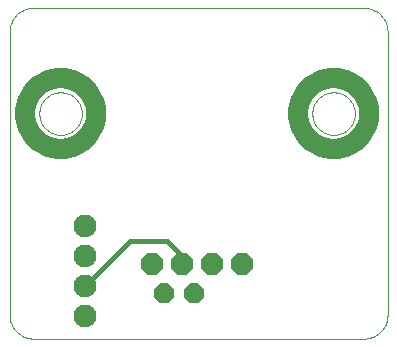
<source format=gbl>
G75*
%MOIN*%
%OFA0B0*%
%FSLAX24Y24*%
%IPPOS*%
%LPD*%
%AMOC8*
5,1,8,0,0,1.08239X$1,22.5*
%
%ADD10C,0.0000*%
%ADD11C,0.0010*%
%ADD12OC8,0.0748*%
%ADD13C,0.0650*%
%ADD14OC8,0.0660*%
%ADD15C,0.0760*%
%ADD16C,0.0160*%
D10*
X000105Y000892D02*
X000105Y010341D01*
X000892Y011129D02*
X011916Y011129D01*
X012703Y010341D02*
X012703Y000892D01*
X011916Y000105D02*
X000892Y000105D01*
X001687Y006424D02*
X001689Y006445D01*
X001695Y006465D01*
X001704Y006485D01*
X001716Y006502D01*
X001731Y006516D01*
X001749Y006528D01*
X001769Y006536D01*
X001789Y006541D01*
X001810Y006542D01*
X001831Y006539D01*
X001851Y006533D01*
X001870Y006522D01*
X001887Y006509D01*
X001900Y006493D01*
X001911Y006475D01*
X001919Y006455D01*
X001923Y006435D01*
X001923Y006413D01*
X001919Y006393D01*
X001911Y006373D01*
X001900Y006355D01*
X001887Y006339D01*
X001870Y006326D01*
X001851Y006315D01*
X001831Y006309D01*
X001810Y006306D01*
X001789Y006307D01*
X001769Y006312D01*
X001749Y006320D01*
X001731Y006332D01*
X001716Y006346D01*
X001704Y006363D01*
X001695Y006383D01*
X001689Y006403D01*
X001687Y006424D01*
X000922Y006818D02*
X000924Y006839D01*
X000930Y006859D01*
X000939Y006879D01*
X000951Y006896D01*
X000966Y006910D01*
X000984Y006922D01*
X001004Y006930D01*
X001024Y006935D01*
X001045Y006936D01*
X001066Y006933D01*
X001086Y006927D01*
X001105Y006916D01*
X001122Y006903D01*
X001135Y006887D01*
X001146Y006869D01*
X001154Y006849D01*
X001158Y006829D01*
X001158Y006807D01*
X001154Y006787D01*
X001146Y006767D01*
X001135Y006749D01*
X001122Y006733D01*
X001105Y006720D01*
X001086Y006709D01*
X001066Y006703D01*
X001045Y006700D01*
X001024Y006701D01*
X001004Y006706D01*
X000984Y006714D01*
X000966Y006726D01*
X000951Y006740D01*
X000939Y006757D01*
X000930Y006777D01*
X000924Y006797D01*
X000922Y006818D01*
X000506Y007605D02*
X000508Y007626D01*
X000514Y007646D01*
X000523Y007666D01*
X000535Y007683D01*
X000550Y007697D01*
X000568Y007709D01*
X000588Y007717D01*
X000608Y007722D01*
X000629Y007723D01*
X000650Y007720D01*
X000670Y007714D01*
X000689Y007703D01*
X000706Y007690D01*
X000719Y007674D01*
X000730Y007656D01*
X000738Y007636D01*
X000742Y007616D01*
X000742Y007594D01*
X000738Y007574D01*
X000730Y007554D01*
X000719Y007536D01*
X000706Y007520D01*
X000689Y007507D01*
X000670Y007496D01*
X000650Y007490D01*
X000629Y007487D01*
X000608Y007488D01*
X000588Y007493D01*
X000568Y007501D01*
X000550Y007513D01*
X000535Y007527D01*
X000523Y007544D01*
X000514Y007564D01*
X000508Y007584D01*
X000506Y007605D01*
X000922Y008392D02*
X000924Y008413D01*
X000930Y008433D01*
X000939Y008453D01*
X000951Y008470D01*
X000966Y008484D01*
X000984Y008496D01*
X001004Y008504D01*
X001024Y008509D01*
X001045Y008510D01*
X001066Y008507D01*
X001086Y008501D01*
X001105Y008490D01*
X001122Y008477D01*
X001135Y008461D01*
X001146Y008443D01*
X001154Y008423D01*
X001158Y008403D01*
X001158Y008381D01*
X001154Y008361D01*
X001146Y008341D01*
X001135Y008323D01*
X001122Y008307D01*
X001105Y008294D01*
X001086Y008283D01*
X001066Y008277D01*
X001045Y008274D01*
X001024Y008275D01*
X001004Y008280D01*
X000984Y008288D01*
X000966Y008300D01*
X000951Y008314D01*
X000939Y008331D01*
X000930Y008351D01*
X000924Y008371D01*
X000922Y008392D01*
X001687Y008786D02*
X001689Y008807D01*
X001695Y008827D01*
X001704Y008847D01*
X001716Y008864D01*
X001731Y008878D01*
X001749Y008890D01*
X001769Y008898D01*
X001789Y008903D01*
X001810Y008904D01*
X001831Y008901D01*
X001851Y008895D01*
X001870Y008884D01*
X001887Y008871D01*
X001900Y008855D01*
X001911Y008837D01*
X001919Y008817D01*
X001923Y008797D01*
X001923Y008775D01*
X001919Y008755D01*
X001911Y008735D01*
X001900Y008717D01*
X001887Y008701D01*
X001870Y008688D01*
X001851Y008677D01*
X001831Y008671D01*
X001810Y008668D01*
X001789Y008669D01*
X001769Y008674D01*
X001749Y008682D01*
X001731Y008694D01*
X001716Y008708D01*
X001704Y008725D01*
X001695Y008745D01*
X001689Y008765D01*
X001687Y008786D01*
X002497Y008392D02*
X002499Y008413D01*
X002505Y008433D01*
X002514Y008453D01*
X002526Y008470D01*
X002541Y008484D01*
X002559Y008496D01*
X002579Y008504D01*
X002599Y008509D01*
X002620Y008510D01*
X002641Y008507D01*
X002661Y008501D01*
X002680Y008490D01*
X002697Y008477D01*
X002710Y008461D01*
X002721Y008443D01*
X002729Y008423D01*
X002733Y008403D01*
X002733Y008381D01*
X002729Y008361D01*
X002721Y008341D01*
X002710Y008323D01*
X002697Y008307D01*
X002680Y008294D01*
X002661Y008283D01*
X002641Y008277D01*
X002620Y008274D01*
X002599Y008275D01*
X002579Y008280D01*
X002559Y008288D01*
X002541Y008300D01*
X002526Y008314D01*
X002514Y008331D01*
X002505Y008351D01*
X002499Y008371D01*
X002497Y008392D01*
X002868Y007605D02*
X002870Y007626D01*
X002876Y007646D01*
X002885Y007666D01*
X002897Y007683D01*
X002912Y007697D01*
X002930Y007709D01*
X002950Y007717D01*
X002970Y007722D01*
X002991Y007723D01*
X003012Y007720D01*
X003032Y007714D01*
X003051Y007703D01*
X003068Y007690D01*
X003081Y007674D01*
X003092Y007656D01*
X003100Y007636D01*
X003104Y007616D01*
X003104Y007594D01*
X003100Y007574D01*
X003092Y007554D01*
X003081Y007536D01*
X003068Y007520D01*
X003051Y007507D01*
X003032Y007496D01*
X003012Y007490D01*
X002991Y007487D01*
X002970Y007488D01*
X002950Y007493D01*
X002930Y007501D01*
X002912Y007513D01*
X002897Y007527D01*
X002885Y007544D01*
X002876Y007564D01*
X002870Y007584D01*
X002868Y007605D01*
X002497Y006818D02*
X002499Y006839D01*
X002505Y006859D01*
X002514Y006879D01*
X002526Y006896D01*
X002541Y006910D01*
X002559Y006922D01*
X002579Y006930D01*
X002599Y006935D01*
X002620Y006936D01*
X002641Y006933D01*
X002661Y006927D01*
X002680Y006916D01*
X002697Y006903D01*
X002710Y006887D01*
X002721Y006869D01*
X002729Y006849D01*
X002733Y006829D01*
X002733Y006807D01*
X002729Y006787D01*
X002721Y006767D01*
X002710Y006749D01*
X002697Y006733D01*
X002680Y006720D01*
X002661Y006709D01*
X002641Y006703D01*
X002620Y006700D01*
X002599Y006701D01*
X002579Y006706D01*
X002559Y006714D01*
X002541Y006726D01*
X002526Y006740D01*
X002514Y006757D01*
X002505Y006777D01*
X002499Y006797D01*
X002497Y006818D01*
X001096Y007605D02*
X001098Y007658D01*
X001104Y007711D01*
X001114Y007763D01*
X001127Y007814D01*
X001145Y007864D01*
X001166Y007913D01*
X001191Y007960D01*
X001219Y008004D01*
X001251Y008047D01*
X001285Y008087D01*
X001323Y008125D01*
X001363Y008159D01*
X001406Y008191D01*
X001451Y008219D01*
X001497Y008244D01*
X001546Y008265D01*
X001596Y008283D01*
X001647Y008296D01*
X001699Y008306D01*
X001752Y008312D01*
X001805Y008314D01*
X001858Y008312D01*
X001911Y008306D01*
X001963Y008296D01*
X002014Y008283D01*
X002064Y008265D01*
X002113Y008244D01*
X002160Y008219D01*
X002204Y008191D01*
X002247Y008159D01*
X002287Y008125D01*
X002325Y008087D01*
X002359Y008047D01*
X002391Y008004D01*
X002419Y007959D01*
X002444Y007913D01*
X002465Y007864D01*
X002483Y007814D01*
X002496Y007763D01*
X002506Y007711D01*
X002512Y007658D01*
X002514Y007605D01*
X002512Y007552D01*
X002506Y007499D01*
X002496Y007447D01*
X002483Y007396D01*
X002465Y007346D01*
X002444Y007297D01*
X002419Y007250D01*
X002391Y007206D01*
X002359Y007163D01*
X002325Y007123D01*
X002287Y007085D01*
X002247Y007051D01*
X002204Y007019D01*
X002159Y006991D01*
X002113Y006966D01*
X002064Y006945D01*
X002014Y006927D01*
X001963Y006914D01*
X001911Y006904D01*
X001858Y006898D01*
X001805Y006896D01*
X001752Y006898D01*
X001699Y006904D01*
X001647Y006914D01*
X001596Y006927D01*
X001546Y006945D01*
X001497Y006966D01*
X001450Y006991D01*
X001406Y007019D01*
X001363Y007051D01*
X001323Y007085D01*
X001285Y007123D01*
X001251Y007163D01*
X001219Y007206D01*
X001191Y007251D01*
X001166Y007297D01*
X001145Y007346D01*
X001127Y007396D01*
X001114Y007447D01*
X001104Y007499D01*
X001098Y007552D01*
X001096Y007605D01*
X009606Y007605D02*
X009608Y007626D01*
X009614Y007646D01*
X009623Y007666D01*
X009635Y007683D01*
X009650Y007697D01*
X009668Y007709D01*
X009688Y007717D01*
X009708Y007722D01*
X009729Y007723D01*
X009750Y007720D01*
X009770Y007714D01*
X009789Y007703D01*
X009806Y007690D01*
X009819Y007674D01*
X009830Y007656D01*
X009838Y007636D01*
X009842Y007616D01*
X009842Y007594D01*
X009838Y007574D01*
X009830Y007554D01*
X009819Y007536D01*
X009806Y007520D01*
X009789Y007507D01*
X009770Y007496D01*
X009750Y007490D01*
X009729Y007487D01*
X009708Y007488D01*
X009688Y007493D01*
X009668Y007501D01*
X009650Y007513D01*
X009635Y007527D01*
X009623Y007544D01*
X009614Y007564D01*
X009608Y007584D01*
X009606Y007605D01*
X009977Y006818D02*
X009979Y006839D01*
X009985Y006859D01*
X009994Y006879D01*
X010006Y006896D01*
X010021Y006910D01*
X010039Y006922D01*
X010059Y006930D01*
X010079Y006935D01*
X010100Y006936D01*
X010121Y006933D01*
X010141Y006927D01*
X010160Y006916D01*
X010177Y006903D01*
X010190Y006887D01*
X010201Y006869D01*
X010209Y006849D01*
X010213Y006829D01*
X010213Y006807D01*
X010209Y006787D01*
X010201Y006767D01*
X010190Y006749D01*
X010177Y006733D01*
X010160Y006720D01*
X010141Y006709D01*
X010121Y006703D01*
X010100Y006700D01*
X010079Y006701D01*
X010059Y006706D01*
X010039Y006714D01*
X010021Y006726D01*
X010006Y006740D01*
X009994Y006757D01*
X009985Y006777D01*
X009979Y006797D01*
X009977Y006818D01*
X010787Y006424D02*
X010789Y006445D01*
X010795Y006465D01*
X010804Y006485D01*
X010816Y006502D01*
X010831Y006516D01*
X010849Y006528D01*
X010869Y006536D01*
X010889Y006541D01*
X010910Y006542D01*
X010931Y006539D01*
X010951Y006533D01*
X010970Y006522D01*
X010987Y006509D01*
X011000Y006493D01*
X011011Y006475D01*
X011019Y006455D01*
X011023Y006435D01*
X011023Y006413D01*
X011019Y006393D01*
X011011Y006373D01*
X011000Y006355D01*
X010987Y006339D01*
X010970Y006326D01*
X010951Y006315D01*
X010931Y006309D01*
X010910Y006306D01*
X010889Y006307D01*
X010869Y006312D01*
X010849Y006320D01*
X010831Y006332D01*
X010816Y006346D01*
X010804Y006363D01*
X010795Y006383D01*
X010789Y006403D01*
X010787Y006424D01*
X010196Y007605D02*
X010198Y007658D01*
X010204Y007711D01*
X010214Y007763D01*
X010227Y007814D01*
X010245Y007864D01*
X010266Y007913D01*
X010291Y007960D01*
X010319Y008004D01*
X010351Y008047D01*
X010385Y008087D01*
X010423Y008125D01*
X010463Y008159D01*
X010506Y008191D01*
X010551Y008219D01*
X010597Y008244D01*
X010646Y008265D01*
X010696Y008283D01*
X010747Y008296D01*
X010799Y008306D01*
X010852Y008312D01*
X010905Y008314D01*
X010958Y008312D01*
X011011Y008306D01*
X011063Y008296D01*
X011114Y008283D01*
X011164Y008265D01*
X011213Y008244D01*
X011260Y008219D01*
X011304Y008191D01*
X011347Y008159D01*
X011387Y008125D01*
X011425Y008087D01*
X011459Y008047D01*
X011491Y008004D01*
X011519Y007959D01*
X011544Y007913D01*
X011565Y007864D01*
X011583Y007814D01*
X011596Y007763D01*
X011606Y007711D01*
X011612Y007658D01*
X011614Y007605D01*
X011612Y007552D01*
X011606Y007499D01*
X011596Y007447D01*
X011583Y007396D01*
X011565Y007346D01*
X011544Y007297D01*
X011519Y007250D01*
X011491Y007206D01*
X011459Y007163D01*
X011425Y007123D01*
X011387Y007085D01*
X011347Y007051D01*
X011304Y007019D01*
X011259Y006991D01*
X011213Y006966D01*
X011164Y006945D01*
X011114Y006927D01*
X011063Y006914D01*
X011011Y006904D01*
X010958Y006898D01*
X010905Y006896D01*
X010852Y006898D01*
X010799Y006904D01*
X010747Y006914D01*
X010696Y006927D01*
X010646Y006945D01*
X010597Y006966D01*
X010550Y006991D01*
X010506Y007019D01*
X010463Y007051D01*
X010423Y007085D01*
X010385Y007123D01*
X010351Y007163D01*
X010319Y007206D01*
X010291Y007251D01*
X010266Y007297D01*
X010245Y007346D01*
X010227Y007396D01*
X010214Y007447D01*
X010204Y007499D01*
X010198Y007552D01*
X010196Y007605D01*
X009977Y008392D02*
X009979Y008413D01*
X009985Y008433D01*
X009994Y008453D01*
X010006Y008470D01*
X010021Y008484D01*
X010039Y008496D01*
X010059Y008504D01*
X010079Y008509D01*
X010100Y008510D01*
X010121Y008507D01*
X010141Y008501D01*
X010160Y008490D01*
X010177Y008477D01*
X010190Y008461D01*
X010201Y008443D01*
X010209Y008423D01*
X010213Y008403D01*
X010213Y008381D01*
X010209Y008361D01*
X010201Y008341D01*
X010190Y008323D01*
X010177Y008307D01*
X010160Y008294D01*
X010141Y008283D01*
X010121Y008277D01*
X010100Y008274D01*
X010079Y008275D01*
X010059Y008280D01*
X010039Y008288D01*
X010021Y008300D01*
X010006Y008314D01*
X009994Y008331D01*
X009985Y008351D01*
X009979Y008371D01*
X009977Y008392D01*
X010787Y008786D02*
X010789Y008807D01*
X010795Y008827D01*
X010804Y008847D01*
X010816Y008864D01*
X010831Y008878D01*
X010849Y008890D01*
X010869Y008898D01*
X010889Y008903D01*
X010910Y008904D01*
X010931Y008901D01*
X010951Y008895D01*
X010970Y008884D01*
X010987Y008871D01*
X011000Y008855D01*
X011011Y008837D01*
X011019Y008817D01*
X011023Y008797D01*
X011023Y008775D01*
X011019Y008755D01*
X011011Y008735D01*
X011000Y008717D01*
X010987Y008701D01*
X010970Y008688D01*
X010951Y008677D01*
X010931Y008671D01*
X010910Y008668D01*
X010889Y008669D01*
X010869Y008674D01*
X010849Y008682D01*
X010831Y008694D01*
X010816Y008708D01*
X010804Y008725D01*
X010795Y008745D01*
X010789Y008765D01*
X010787Y008786D01*
X011749Y008392D02*
X011751Y008413D01*
X011757Y008433D01*
X011766Y008453D01*
X011778Y008470D01*
X011793Y008484D01*
X011811Y008496D01*
X011831Y008504D01*
X011851Y008509D01*
X011872Y008510D01*
X011893Y008507D01*
X011913Y008501D01*
X011932Y008490D01*
X011949Y008477D01*
X011962Y008461D01*
X011973Y008443D01*
X011981Y008423D01*
X011985Y008403D01*
X011985Y008381D01*
X011981Y008361D01*
X011973Y008341D01*
X011962Y008323D01*
X011949Y008307D01*
X011932Y008294D01*
X011913Y008283D01*
X011893Y008277D01*
X011872Y008274D01*
X011851Y008275D01*
X011831Y008280D01*
X011811Y008288D01*
X011793Y008300D01*
X011778Y008314D01*
X011766Y008331D01*
X011757Y008351D01*
X011751Y008371D01*
X011749Y008392D01*
X011968Y007605D02*
X011970Y007626D01*
X011976Y007646D01*
X011985Y007666D01*
X011997Y007683D01*
X012012Y007697D01*
X012030Y007709D01*
X012050Y007717D01*
X012070Y007722D01*
X012091Y007723D01*
X012112Y007720D01*
X012132Y007714D01*
X012151Y007703D01*
X012168Y007690D01*
X012181Y007674D01*
X012192Y007656D01*
X012200Y007636D01*
X012204Y007616D01*
X012204Y007594D01*
X012200Y007574D01*
X012192Y007554D01*
X012181Y007536D01*
X012168Y007520D01*
X012151Y007507D01*
X012132Y007496D01*
X012112Y007490D01*
X012091Y007487D01*
X012070Y007488D01*
X012050Y007493D01*
X012030Y007501D01*
X012012Y007513D01*
X011997Y007527D01*
X011985Y007544D01*
X011976Y007564D01*
X011970Y007584D01*
X011968Y007605D01*
X011749Y006818D02*
X011751Y006839D01*
X011757Y006859D01*
X011766Y006879D01*
X011778Y006896D01*
X011793Y006910D01*
X011811Y006922D01*
X011831Y006930D01*
X011851Y006935D01*
X011872Y006936D01*
X011893Y006933D01*
X011913Y006927D01*
X011932Y006916D01*
X011949Y006903D01*
X011962Y006887D01*
X011973Y006869D01*
X011981Y006849D01*
X011985Y006829D01*
X011985Y006807D01*
X011981Y006787D01*
X011973Y006767D01*
X011962Y006749D01*
X011949Y006733D01*
X011932Y006720D01*
X011913Y006709D01*
X011893Y006703D01*
X011872Y006700D01*
X011851Y006701D01*
X011831Y006706D01*
X011811Y006714D01*
X011793Y006726D01*
X011778Y006740D01*
X011766Y006757D01*
X011757Y006777D01*
X011751Y006797D01*
X011749Y006818D01*
D11*
X012703Y010341D02*
X012701Y010395D01*
X012696Y010448D01*
X012687Y010501D01*
X012674Y010553D01*
X012658Y010605D01*
X012638Y010655D01*
X012615Y010703D01*
X012588Y010750D01*
X012559Y010795D01*
X012526Y010838D01*
X012491Y010878D01*
X012453Y010916D01*
X012413Y010951D01*
X012370Y010984D01*
X012325Y011013D01*
X012278Y011040D01*
X012230Y011063D01*
X012180Y011083D01*
X012128Y011099D01*
X012076Y011112D01*
X012023Y011121D01*
X011970Y011126D01*
X011916Y011128D01*
X012703Y000892D02*
X012701Y000838D01*
X012696Y000785D01*
X012687Y000732D01*
X012674Y000680D01*
X012658Y000628D01*
X012638Y000578D01*
X012615Y000530D01*
X012588Y000483D01*
X012559Y000438D01*
X012526Y000395D01*
X012491Y000355D01*
X012453Y000317D01*
X012413Y000282D01*
X012370Y000249D01*
X012325Y000220D01*
X012278Y000193D01*
X012230Y000170D01*
X012180Y000150D01*
X012128Y000134D01*
X012076Y000121D01*
X012023Y000112D01*
X011970Y000107D01*
X011916Y000105D01*
X000892Y000105D02*
X000838Y000107D01*
X000785Y000112D01*
X000732Y000121D01*
X000680Y000134D01*
X000628Y000150D01*
X000578Y000170D01*
X000530Y000193D01*
X000483Y000220D01*
X000438Y000249D01*
X000395Y000282D01*
X000355Y000317D01*
X000317Y000355D01*
X000282Y000395D01*
X000249Y000438D01*
X000220Y000483D01*
X000193Y000530D01*
X000170Y000578D01*
X000150Y000628D01*
X000134Y000680D01*
X000121Y000732D01*
X000112Y000785D01*
X000107Y000838D01*
X000105Y000892D01*
X000105Y010341D02*
X000107Y010395D01*
X000112Y010448D01*
X000121Y010501D01*
X000134Y010553D01*
X000150Y010605D01*
X000170Y010655D01*
X000193Y010703D01*
X000220Y010750D01*
X000249Y010795D01*
X000282Y010838D01*
X000317Y010878D01*
X000355Y010916D01*
X000395Y010951D01*
X000438Y010984D01*
X000483Y011013D01*
X000530Y011040D01*
X000578Y011063D01*
X000628Y011083D01*
X000680Y011099D01*
X000732Y011112D01*
X000785Y011121D01*
X000838Y011126D01*
X000892Y011128D01*
D12*
X004855Y002605D03*
X005855Y002605D03*
X006855Y002605D03*
X007855Y002605D03*
D13*
X009724Y007605D02*
X009726Y007674D01*
X009732Y007742D01*
X009742Y007810D01*
X009756Y007877D01*
X009774Y007944D01*
X009795Y008009D01*
X009821Y008073D01*
X009850Y008135D01*
X009882Y008195D01*
X009918Y008254D01*
X009958Y008310D01*
X010000Y008364D01*
X010046Y008415D01*
X010095Y008464D01*
X010146Y008510D01*
X010200Y008552D01*
X010256Y008592D01*
X010314Y008628D01*
X010375Y008660D01*
X010437Y008689D01*
X010501Y008715D01*
X010566Y008736D01*
X010633Y008754D01*
X010700Y008768D01*
X010768Y008778D01*
X010836Y008784D01*
X010905Y008786D01*
X010974Y008784D01*
X011042Y008778D01*
X011110Y008768D01*
X011177Y008754D01*
X011244Y008736D01*
X011309Y008715D01*
X011373Y008689D01*
X011435Y008660D01*
X011495Y008628D01*
X011554Y008592D01*
X011610Y008552D01*
X011664Y008510D01*
X011715Y008464D01*
X011764Y008415D01*
X011810Y008364D01*
X011852Y008310D01*
X011892Y008254D01*
X011928Y008195D01*
X011960Y008135D01*
X011989Y008073D01*
X012015Y008009D01*
X012036Y007944D01*
X012054Y007877D01*
X012068Y007810D01*
X012078Y007742D01*
X012084Y007674D01*
X012086Y007605D01*
X012084Y007536D01*
X012078Y007468D01*
X012068Y007400D01*
X012054Y007333D01*
X012036Y007266D01*
X012015Y007201D01*
X011989Y007137D01*
X011960Y007075D01*
X011928Y007014D01*
X011892Y006956D01*
X011852Y006900D01*
X011810Y006846D01*
X011764Y006795D01*
X011715Y006746D01*
X011664Y006700D01*
X011610Y006658D01*
X011554Y006618D01*
X011496Y006582D01*
X011435Y006550D01*
X011373Y006521D01*
X011309Y006495D01*
X011244Y006474D01*
X011177Y006456D01*
X011110Y006442D01*
X011042Y006432D01*
X010974Y006426D01*
X010905Y006424D01*
X010836Y006426D01*
X010768Y006432D01*
X010700Y006442D01*
X010633Y006456D01*
X010566Y006474D01*
X010501Y006495D01*
X010437Y006521D01*
X010375Y006550D01*
X010314Y006582D01*
X010256Y006618D01*
X010200Y006658D01*
X010146Y006700D01*
X010095Y006746D01*
X010046Y006795D01*
X010000Y006846D01*
X009958Y006900D01*
X009918Y006956D01*
X009882Y007014D01*
X009850Y007075D01*
X009821Y007137D01*
X009795Y007201D01*
X009774Y007266D01*
X009756Y007333D01*
X009742Y007400D01*
X009732Y007468D01*
X009726Y007536D01*
X009724Y007605D01*
X000624Y007605D02*
X000626Y007674D01*
X000632Y007742D01*
X000642Y007810D01*
X000656Y007877D01*
X000674Y007944D01*
X000695Y008009D01*
X000721Y008073D01*
X000750Y008135D01*
X000782Y008195D01*
X000818Y008254D01*
X000858Y008310D01*
X000900Y008364D01*
X000946Y008415D01*
X000995Y008464D01*
X001046Y008510D01*
X001100Y008552D01*
X001156Y008592D01*
X001214Y008628D01*
X001275Y008660D01*
X001337Y008689D01*
X001401Y008715D01*
X001466Y008736D01*
X001533Y008754D01*
X001600Y008768D01*
X001668Y008778D01*
X001736Y008784D01*
X001805Y008786D01*
X001874Y008784D01*
X001942Y008778D01*
X002010Y008768D01*
X002077Y008754D01*
X002144Y008736D01*
X002209Y008715D01*
X002273Y008689D01*
X002335Y008660D01*
X002395Y008628D01*
X002454Y008592D01*
X002510Y008552D01*
X002564Y008510D01*
X002615Y008464D01*
X002664Y008415D01*
X002710Y008364D01*
X002752Y008310D01*
X002792Y008254D01*
X002828Y008195D01*
X002860Y008135D01*
X002889Y008073D01*
X002915Y008009D01*
X002936Y007944D01*
X002954Y007877D01*
X002968Y007810D01*
X002978Y007742D01*
X002984Y007674D01*
X002986Y007605D01*
X002984Y007536D01*
X002978Y007468D01*
X002968Y007400D01*
X002954Y007333D01*
X002936Y007266D01*
X002915Y007201D01*
X002889Y007137D01*
X002860Y007075D01*
X002828Y007014D01*
X002792Y006956D01*
X002752Y006900D01*
X002710Y006846D01*
X002664Y006795D01*
X002615Y006746D01*
X002564Y006700D01*
X002510Y006658D01*
X002454Y006618D01*
X002396Y006582D01*
X002335Y006550D01*
X002273Y006521D01*
X002209Y006495D01*
X002144Y006474D01*
X002077Y006456D01*
X002010Y006442D01*
X001942Y006432D01*
X001874Y006426D01*
X001805Y006424D01*
X001736Y006426D01*
X001668Y006432D01*
X001600Y006442D01*
X001533Y006456D01*
X001466Y006474D01*
X001401Y006495D01*
X001337Y006521D01*
X001275Y006550D01*
X001214Y006582D01*
X001156Y006618D01*
X001100Y006658D01*
X001046Y006700D01*
X000995Y006746D01*
X000946Y006795D01*
X000900Y006846D01*
X000858Y006900D01*
X000818Y006956D01*
X000782Y007014D01*
X000750Y007075D01*
X000721Y007137D01*
X000695Y007201D01*
X000674Y007266D01*
X000656Y007333D01*
X000642Y007400D01*
X000632Y007468D01*
X000626Y007536D01*
X000624Y007605D01*
D14*
X005264Y001640D03*
X006264Y001640D03*
D15*
X002605Y001855D03*
X002605Y002855D03*
X002605Y003855D03*
X002605Y000855D03*
D16*
X002605Y001855D02*
X004105Y003355D01*
X005355Y003355D01*
X005855Y002855D01*
X005855Y002605D01*
M02*

</source>
